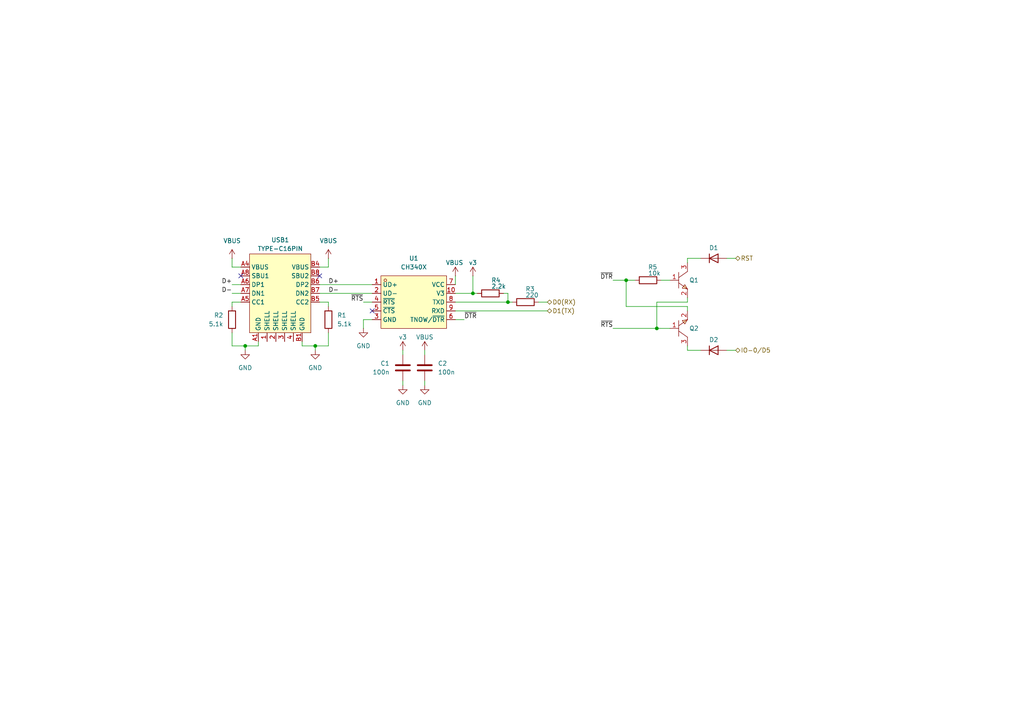
<source format=kicad_sch>
(kicad_sch (version 20250114) (generator "eeschema") (generator_version "9.0")
  (paper "A4")
  (title_block (title "ESP 32 weather ePaper display") (date "2025-02-26") (rev "V1"))
  (lib_symbols
    (symbol "0_local_lib:CH340X"
      (property "Reference" "U" (at 0 10.668 0))
      (property "Value" "CH340X" (at 0 8.636 0))
      (symbol "CH340X_0_1"
        (rectangle (start -10.16 7.62) (end 8.89 -7.62) (fill (type background)))
        (circle (center -8.89 6.35) (radius 0.38))
        (pin unspecified line (at -12.7 5.08 0) (length 2.54) (name "UD+") (number "1"))
        (pin unspecified line (at -12.7 2.54 0) (length 2.54) (name "UD-") (number "2"))
        (pin unspecified line (at -12.7 0 0) (length 2.54) (name "~{RTS}") (number "4"))
        (pin unspecified line (at -12.7 -2.54 0) (length 2.54) (name "~{CTS}") (number "5"))
        (pin unspecified line (at -12.7 -5.08 0) (length 2.54) (name "GND") (number "3"))
        (pin unspecified line (at 11.43 5.08 180) (length 2.54) (name "VCC") (number "7"))
        (pin unspecified line (at 11.43 2.54 180) (length 2.54) (name "V3") (number "10"))
        (pin unspecified line (at 11.43 0 180) (length 2.54) (name "TXD") (number "8"))
        (pin unspecified line (at 11.43 -2.54 180) (length 2.54) (name "RXD") (number "9"))
        (pin unspecified line (at 11.43 -5.08 180) (length 2.54) (name "TNOW/~{DTR}") (number "6"))
      )
    )
    (symbol "0_local_lib:S8050_C181158" (pin_names (hide yes))
      (property "Reference" "Q" (at 0 10.16 0))
      (property "Value" "S8050_C181158" (at 0 -10.16 0))
      (symbol "S8050_C181158_0_1"
        (polyline (pts (xy 0 2.29) (xy 0 -2.29)))
        (polyline (pts (xy 0 -0.76) (xy 2.54 -2.54)))
        (polyline (pts (xy 2.54 2.54) (xy 0 0.76)))
        (polyline (pts (xy 2.54 -2.54) (xy 1.78 -1.27) (xy 1.02 -2.29) (xy 2.54 -2.54)) (fill (type background)))
        (pin input line (at -2.54 0 0) (length 2.54) (name "1") (number "1"))
        (pin input line (at 2.54 5.08 270) (length 2.54) (name "3") (number "3"))
        (pin input line (at 2.54 -5.08 90) (length 2.54) (name "2") (number "2"))
      )
    )
    (symbol "0_local_lib:TYPE-C16PIN"
      (property "Reference" "USB" (at -0.254 12.954 0))
      (property "Value" "TYPE-C16PIN" (at 0 11.176 0))
      (symbol "TYPE-C16PIN_0_1"
        (rectangle (start -8.89 10.16) (end 8.89 -12.7) (fill (type background)))
        (pin unspecified line (at -11.43 6.35 0) (length 2.54) (name "VBUS") (number "B4"))
        (pin unspecified line (at -11.43 3.81 0) (length 2.54) (name "SBU2") (number "B8"))
        (pin unspecified line (at -11.43 1.27 0) (length 2.54) (name "DP2") (number "B6"))
        (pin unspecified line (at -11.43 -1.27 0) (length 2.54) (name "DN2") (number "B7"))
        (pin unspecified line (at -11.43 -3.81 0) (length 2.54) (name "CC2") (number "B5"))
        (pin unspecified line (at -6.35 -15.24 90) (length 2.54) (name "GND") (number "B1"))
        (pin unspecified line (at -3.81 -15.24 90) (length 2.54) (name "SHELL") (number "4"))
        (pin unspecified line (at -1.27 -15.24 90) (length 2.54) (name "SHELL") (number "3"))
        (pin unspecified line (at 1.27 -15.24 90) (length 2.54) (name "SHELL") (number "2"))
        (pin unspecified line (at 3.81 -15.24 90) (length 2.54) (name "SHELL") (number "1"))
        (pin unspecified line (at 6.35 -15.24 90) (length 2.54) (name "GND") (number "A1"))
        (pin unspecified line (at 11.43 6.35 180) (length 2.54) (name "VBUS") (number "A4"))
        (pin unspecified line (at 11.43 3.81 180) (length 2.54) (name "SBU1") (number "A8"))
        (pin unspecified line (at 11.43 1.27 180) (length 2.54) (name "DP1") (number "A6"))
        (pin unspecified line (at 11.43 -1.27 180) (length 2.54) (name "DN1") (number "A7"))
        (pin unspecified line (at 11.43 -3.81 180) (length 2.54) (name "CC1") (number "A5"))
      )
    )
    (symbol "Device:C" (pin_numbers (hide yes)) (pin_names (offset 0.254))
      (property "Reference" "C" (at 0.635 2.54 0))
      (property "Value" "C" (at 0.635 -2.54 0))
      (symbol "C_0_1"
        (polyline (pts (xy -2.032 0.762) (xy 2.032 0.762)) (stroke (width 0.508)))
        (polyline (pts (xy -2.032 -0.762) (xy 2.032 -0.762)) (stroke (width 0.508)))
      )
      (symbol "C_1_1"
        (pin passive line (at 0 3.81 270) (length 2.794) (name "~") (number "1"))
        (pin passive line (at 0 -3.81 90) (length 2.794) (name "~") (number "2"))
      )
    )
    (symbol "Device:D" (pin_numbers (hide yes)) (pin_names (offset 1.016) (hide yes))
      (property "Reference" "D" (at 0 2.54 0))
      (property "Value" "D" (at 0 -2.54 0))
      (symbol "D_0_1"
        (polyline (pts (xy -1.27 1.27) (xy -1.27 -1.27)) (stroke (width 0.254)))
        (polyline (pts (xy 1.27 1.27) (xy 1.27 -1.27) (xy -1.27 0) (xy 1.27 1.27)) (stroke (width 0.254)))
        (polyline (pts (xy 1.27 0) (xy -1.27 0)))
      )
      (symbol "D_1_1"
        (pin passive line (at -3.81 0 0) (length 2.54) (name "K") (number "1"))
        (pin passive line (at 3.81 0 180) (length 2.54) (name "A") (number "2"))
      )
    )
    (symbol "Device:R" (pin_numbers (hide yes)) (pin_names (offset 0))
      (property "Reference" "R" (at 2.032 0 90))
      (property "Value" "R" (at 0 0 90))
      (symbol "R_0_1"
        (rectangle (start -1.016 -2.54) (end 1.016 2.54) (stroke (width 0.254)))
      )
      (symbol "R_1_1"
        (pin passive line (at 0 3.81 270) (length 1.27) (name "~") (number "1"))
        (pin passive line (at 0 -3.81 90) (length 1.27) (name "~") (number "2"))
      )
    )
    (symbol "power:GND" (power) (pin_numbers (hide yes)) (pin_names (offset 0) (hide yes))
      (property "Value" "GND" (at 0 -3.81 0))
      (symbol "GND_0_1"
        (polyline (pts (xy 0 0) (xy 0 -1.27) (xy 1.27 -1.27) (xy 0 -2.54) (xy -1.27 -1.27) (xy 0 -1.27)))
      )
      (symbol "GND_1_1"
        (pin power_in line (at 0 0 270) (length 0) (name "~") (number "1"))
      )
    )
    (symbol "power:VBUS" (power) (pin_numbers (hide yes)) (pin_names (offset 0) (hide yes))
      (property "Value" "VBUS" (at 0 3.556 0))
      (symbol "VBUS_0_1"
        (polyline (pts (xy -0.762 1.27) (xy 0 2.54)))
        (polyline (pts (xy 0 2.54) (xy 0.762 1.27)))
        (polyline (pts (xy 0 0) (xy 0 2.54)))
      )
      (symbol "VBUS_1_1"
        (pin power_in line (at 0 0 90) (length 0) (name "~") (number "1"))
      )
    )
  )
  (junction (at 71.12 100.33))
  (junction (at 181.61 81.28))
  (junction (at 147.32 87.63))
  (junction (at 190.5 95.25))
  (junction (at 137.16 85.09))
  (junction (at 91.44 100.33))
  (no_connect (at 107.95 90.17))
  (no_connect (at 69.85 80.01))
  (no_connect (at 92.71 80.01))
  (wire (pts (xy 71.12 100.33) (xy 71.12 101.6)))
  (wire (pts (xy 199.39 101.6) (xy 199.39 100.33)))
  (wire (pts (xy 137.16 80.01) (xy 137.16 85.09)))
  (wire (pts (xy 199.39 88.9) (xy 181.61 88.9)))
  (wire (pts (xy 71.12 100.33) (xy 74.93 100.33)))
  (wire (pts (xy 95.25 96.52) (xy 95.25 100.33)))
  (wire (pts (xy 199.39 90.17) (xy 199.39 88.9)))
  (wire (pts (xy 116.84 101.6) (xy 116.84 102.87)))
  (wire (pts (xy 67.31 77.47) (xy 67.31 74.93)))
  (wire (pts (xy 191.77 81.28) (xy 194.31 81.28)))
  (wire (pts (xy 137.16 85.09) (xy 138.43 85.09)))
  (wire (pts (xy 87.63 100.33) (xy 87.63 99.06)))
  (wire (pts (xy 69.85 85.09) (xy 67.31 85.09)))
  (wire (pts (xy 132.08 80.01) (xy 132.08 82.55)))
  (wire (pts (xy 132.08 87.63) (xy 147.32 87.63)))
  (wire (pts (xy 147.32 87.63) (xy 148.59 87.63)))
  (wire (pts (xy 181.61 81.28) (xy 181.61 88.9)))
  (wire (pts (xy 95.25 87.63) (xy 92.71 87.63)))
  (wire (pts (xy 105.41 95.25) (xy 105.41 92.71)))
  (wire (pts (xy 147.32 85.09) (xy 147.32 87.63)))
  (wire (pts (xy 203.2 101.6) (xy 199.39 101.6)))
  (wire (pts (xy 107.95 87.63) (xy 105.41 87.63)))
  (wire (pts (xy 95.25 100.33) (xy 91.44 100.33)))
  (wire (pts (xy 199.39 74.93) (xy 199.39 76.2)))
  (wire (pts (xy 67.31 100.33) (xy 71.12 100.33)))
  (wire (pts (xy 67.31 96.52) (xy 67.31 100.33)))
  (wire (pts (xy 116.84 110.49) (xy 116.84 111.76)))
  (wire (pts (xy 123.19 101.6) (xy 123.19 102.87)))
  (wire (pts (xy 92.71 82.55) (xy 107.95 82.55)))
  (wire (pts (xy 199.39 86.36) (xy 199.39 87.63)))
  (wire (pts (xy 203.2 74.93) (xy 199.39 74.93)))
  (wire (pts (xy 105.41 92.71) (xy 107.95 92.71)))
  (wire (pts (xy 177.8 81.28) (xy 181.61 81.28)))
  (wire (pts (xy 123.19 110.49) (xy 123.19 111.76)))
  (wire (pts (xy 74.93 100.33) (xy 74.93 99.06)))
  (wire (pts (xy 67.31 87.63) (xy 69.85 87.63)))
  (wire (pts (xy 181.61 81.28) (xy 184.15 81.28)))
  (wire (pts (xy 92.71 85.09) (xy 107.95 85.09)))
  (wire (pts (xy 199.39 87.63) (xy 190.5 87.63)))
  (wire (pts (xy 95.25 74.93) (xy 95.25 77.47)))
  (wire (pts (xy 132.08 92.71) (xy 134.62 92.71)))
  (wire (pts (xy 210.82 101.6) (xy 213.36 101.6)))
  (wire (pts (xy 69.85 82.55) (xy 67.31 82.55)))
  (wire (pts (xy 190.5 95.25) (xy 194.31 95.25)))
  (wire (pts (xy 132.08 90.17) (xy 158.75 90.17)))
  (wire (pts (xy 91.44 100.33) (xy 87.63 100.33)))
  (wire (pts (xy 95.25 77.47) (xy 92.71 77.47)))
  (wire (pts (xy 210.82 74.93) (xy 213.36 74.93)))
  (wire (pts (xy 177.8 95.25) (xy 190.5 95.25)))
  (wire (pts (xy 132.08 85.09) (xy 137.16 85.09)))
  (wire (pts (xy 190.5 87.63) (xy 190.5 95.25)))
  (wire (pts (xy 146.05 85.09) (xy 147.32 85.09)))
  (wire (pts (xy 67.31 88.9) (xy 67.31 87.63)))
  (wire (pts (xy 156.21 87.63) (xy 158.75 87.63)))
  (wire (pts (xy 91.44 100.33) (xy 91.44 101.6)))
  (wire (pts (xy 95.25 88.9) (xy 95.25 87.63)))
  (wire (pts (xy 69.85 77.47) (xy 67.31 77.47)))
  (label "~{DTR}" (at 177.8 81.28 180))
  (label "~{RTS}" (at 177.8 95.25 180))
  (label "~{DTR}" (at 134.62 92.71 0))
  (label "D-" (at 67.31 85.09 180))
  (label "D-" (at 95.25 85.09 0))
  (label "~{RTS}" (at 105.41 87.63 180))
  (label "D+" (at 67.31 82.55 180))
  (label "D+" (at 95.25 82.55 0))
  (hierarchical_label "D1(TX)" (shape bidirectional) (at 158.75 90.17 0))
  (hierarchical_label "IO-0{slash}D5" (shape bidirectional) (at 213.36 101.6 0))
  (hierarchical_label "RST" (shape bidirectional) (at 213.36 74.93 0))
  (hierarchical_label "D0(RX)" (shape bidirectional) (at 158.75 87.63 0))
  (symbol (lib_id "power:VBUS") (at 116.84 101.6 0) (unit 1)
    (property "Reference" "#PWR011" (effects (hide yes)))
    (property "Value" "v3" (at 116.84 97.79 0))
    (property "Description" "Power symbol creates a global label with name \"VBUS\"" (effects (hide yes)))
  )
  (symbol (lib_id "0_local_lib:TYPE-C16PIN") (at 81.28 83.82 0) (mirror y) (unit 1)
    (property "Reference" "USB1" (at 81.28 69.596 0))
    (property "Value" "TYPE-C16PIN" (at 81.28 72.136 0))
    (property "Footprint" "0_local_lib:USB-C-SMD_TYPE-C16PIN" (effects (hide yes)))
    (property "Datasheet" "https://lcsc.com/product-detail/USB-Connectors_SHOU-HAN-TYPE-C16PIN_C393939.html" (effects (hide yes)))
    (property "LCSC Part" "C393939" (effects (hide yes)))
  )
  (symbol (lib_id "Device:D") (at 207.01 101.6 0) (unit 1)
    (property "Reference" "D2" (at 207.01 98.552 0))
    (property "Value" "1N4148" (effects (hide yes)))
    (property "Footprint" "Diode_SMD:D_SOD-323" (effects (hide yes)))
    (property "Description" "Diode" (effects (hide yes)))
    (property "Sim.Device" "D" (effects (hide yes)))
    (property "Sim.Pins" "1=K 2=A" (effects (hide yes)))
    (property "LCSC Part" "C2128" (effects (hide yes)))
  )
  (symbol (lib_id "Device:R") (at 152.4 87.63 90) (unit 1)
    (property "Reference" "R3" (at 152.4 83.82 90) (effects (justify right)))
    (property "Value" "220" (at 152.4 85.598 90) (effects (justify right)))
    (property "Footprint" "Resistor_SMD:R_0603_1608Metric" (effects (hide yes)))
    (property "Description" "Resistor" (effects (hide yes)))
    (property "LCSC Part" "C22962" (effects (hide yes)))
  )
  (symbol (lib_id "Device:C") (at 116.84 106.68 0) (mirror y) (unit 1)
    (property "Reference" "C1" (at 113.03 105.4099 0) (effects (justify left)))
    (property "Value" "100n" (at 113.03 107.9499 0) (effects (justify left)))
    (property "Footprint" "Capacitor_SMD:C_0603_1608Metric" (effects (hide yes)))
    (property "Description" "Unpolarized capacitor" (effects (hide yes)))
    (property "LCSC Part" "C14663 " (effects (hide yes)))
  )
  (symbol (lib_id "power:GND") (at 91.44 101.6 0) (unit 1)
    (property "Reference" "#PWR02" (effects (hide yes)))
    (property "Value" "GND" (at 91.44 106.68 0))
    (property "Description" "Power symbol creates a global label with name \"GND\" , ground" (effects (hide yes)))
  )
  (symbol (lib_id "Device:R") (at 67.31 92.71 0) (mirror y) (unit 1)
    (property "Reference" "R2" (at 64.77 91.4399 0) (effects (justify left)))
    (property "Value" "5.1k" (at 64.77 93.9799 0) (effects (justify left)))
    (property "Footprint" "Resistor_SMD:R_0603_1608Metric" (effects (hide yes)))
    (property "Description" "Resistor" (effects (hide yes)))
    (property "LCSC Part" "C23186" (effects (hide yes)))
  )
  (symbol (lib_id "power:GND") (at 71.12 101.6 0) (unit 1)
    (property "Reference" "#PWR01" (effects (hide yes)))
    (property "Value" "GND" (at 71.12 106.68 0))
    (property "Description" "Power symbol creates a global label with name \"GND\" , ground" (effects (hide yes)))
  )
  (symbol (lib_id "power:VBUS") (at 137.16 80.01 0) (unit 1)
    (property "Reference" "#PWR010" (effects (hide yes)))
    (property "Value" "v3" (at 137.16 76.2 0))
    (property "Description" "Power symbol creates a global label with name \"VBUS\"" (effects (hide yes)))
  )
  (symbol (lib_id "Device:R") (at 142.24 85.09 90) (unit 1)
    (property "Reference" "R4" (at 142.494 81.28 90) (effects (justify right)))
    (property "Value" "2.2k" (at 142.494 83.058 90) (effects (justify right)))
    (property "Footprint" "Resistor_SMD:R_0603_1608Metric" (effects (hide yes)))
    (property "Description" "Resistor" (effects (hide yes)))
    (property "LCSC Part" "C4190" (effects (hide yes)))
  )
  (symbol (lib_id "power:VBUS") (at 67.31 74.93 0) (unit 1)
    (property "Reference" "#PWR03" (effects (hide yes)))
    (property "Value" "VBUS" (at 67.31 69.85 0))
    (property "Description" "Power symbol creates a global label with name \"VBUS\"" (effects (hide yes)))
  )
  (symbol (lib_id "power:GND") (at 105.41 95.25 0) (unit 1)
    (property "Reference" "#PWR05" (effects (hide yes)))
    (property "Value" "GND" (at 105.41 100.33 0))
    (property "Description" "Power symbol creates a global label with name \"GND\" , ground" (effects (hide yes)))
  )
  (symbol (lib_id "0_local_lib:S8050_C181158") (at 196.85 81.28 0) (unit 1)
    (property "Reference" "Q1" (at 199.898 81.28 0) (effects (justify left)))
    (property "Value" "S8050" (effects (hide yes)))
    (property "Footprint" "0_local_lib:SOT-23-3_L2.9-W1.6-P1.90-LS2.8-BR" (effects (hide yes)))
    (property "Datasheet" "https://lcsc.com/product-detail/Transistors-NPN-PNP_S8050_C181158.html" (effects (hide yes)))
    (property "LCSC Part" "C181158" (effects (hide yes)))
  )
  (symbol (lib_id "Device:R") (at 95.25 92.71 180) (unit 1)
    (property "Reference" "R1" (at 97.79 91.4399 0) (effects (justify right)))
    (property "Value" "5.1k" (at 97.79 93.9799 0) (effects (justify right)))
    (property "Footprint" "Resistor_SMD:R_0603_1608Metric" (effects (hide yes)))
    (property "Description" "Resistor" (effects (hide yes)))
    (property "LCSC Part" "C23186" (effects (hide yes)))
  )
  (symbol (lib_id "Device:D") (at 207.01 74.93 0) (unit 1)
    (property "Reference" "D1" (at 207.01 71.882 0))
    (property "Value" "1N4148" (effects (hide yes)))
    (property "Footprint" "Diode_SMD:D_SOD-323" (effects (hide yes)))
    (property "Description" "Diode" (effects (hide yes)))
    (property "Sim.Device" "D" (effects (hide yes)))
    (property "Sim.Pins" "1=K 2=A" (effects (hide yes)))
    (property "LCSC Part" "C2128" (effects (hide yes)))
  )
  (symbol (lib_id "power:GND") (at 116.84 111.76 0) (unit 1)
    (property "Reference" "#PWR07" (effects (hide yes)))
    (property "Value" "GND" (at 116.84 116.84 0))
    (property "Description" "Power symbol creates a global label with name \"GND\" , ground" (effects (hide yes)))
  )
  (symbol (lib_id "power:VBUS") (at 123.19 101.6 0) (unit 1)
    (property "Reference" "#PWR09" (effects (hide yes)))
    (property "Value" "VBUS" (at 123.19 97.79 0))
    (property "Description" "Power symbol creates a global label with name \"VBUS\"" (effects (hide yes)))
  )
  (symbol (lib_id "power:VBUS") (at 132.08 80.01 0) (unit 1)
    (property "Reference" "#PWR06" (effects (hide yes)))
    (property "Value" "VBUS" (at 131.826 76.2 0))
    (property "Description" "Power symbol creates a global label with name \"VBUS\"" (effects (hide yes)))
  )
  (symbol (lib_id "power:VBUS") (at 95.25 74.93 0) (unit 1)
    (property "Reference" "#PWR04" (effects (hide yes)))
    (property "Value" "VBUS" (at 95.25 69.85 0))
    (property "Description" "Power symbol creates a global label with name \"VBUS\"" (effects (hide yes)))
  )
  (symbol (lib_id "Device:C") (at 123.19 106.68 0) (unit 1)
    (property "Reference" "C2" (at 127 105.4099 0) (effects (justify left)))
    (property "Value" "100n" (at 127 107.9499 0) (effects (justify left)))
    (property "Footprint" "Capacitor_SMD:C_0603_1608Metric" (effects (hide yes)))
    (property "Description" "Unpolarized capacitor" (effects (hide yes)))
    (property "LCSC Part" "C14663 " (effects (hide yes)))
  )
  (symbol (lib_id "0_local_lib:CH340X") (at 120.65 87.63 0) (unit 1)
    (property "Reference" "U1" (at 120.015 74.93 0))
    (property "Value" "CH340X" (at 120.015 77.47 0))
    (property "Footprint" "0_local_lib:MSOP-10_L3.0-W3.0-P0.50-LS5.0-BL" (effects (hide yes)))
    (property "Datasheet" "https://cdn.sparkfun.com/assets/5/0/a/8/5/CH340DS1.PDF" (effects (hide yes)))
    (property "LCSC Part" "C3035748" (effects (hide yes)))
  )
  (symbol (lib_id "power:GND") (at 123.19 111.76 0) (unit 1)
    (property "Reference" "#PWR08" (effects (hide yes)))
    (property "Value" "GND" (at 123.19 116.84 0))
    (property "Description" "Power symbol creates a global label with name \"GND\" , ground" (effects (hide yes)))
  )
  (symbol (lib_id "Device:R") (at 187.96 81.28 90) (unit 1)
    (property "Reference" "R5" (at 187.96 77.47 90) (effects (justify right)))
    (property "Value" "10k" (at 187.96 79.248 90) (effects (justify right)))
    (property "Footprint" "Resistor_SMD:R_0603_1608Metric" (effects (hide yes)))
    (property "Description" "Resistor" (effects (hide yes)))
    (property "LCSC Part" "C25804" (effects (hide yes)))
  )
  (symbol (lib_id "0_local_lib:S8050_C181158") (at 196.85 95.25 0) (mirror x) (unit 1)
    (property "Reference" "Q2" (at 199.898 95.25 0) (effects (justify left)))
    (property "Value" "S8050" (effects (hide yes)))
    (property "Footprint" "0_local_lib:SOT-23-3_L2.9-W1.6-P1.90-LS2.8-BR" (effects (hide yes)))
    (property "Datasheet" "https://lcsc.com/product-detail/Transistors-NPN-PNP_S8050_C181158.html" (effects (hide yes)))
    (property "LCSC Part" "C181158" (effects (hide yes)))
  )
)
</source>
